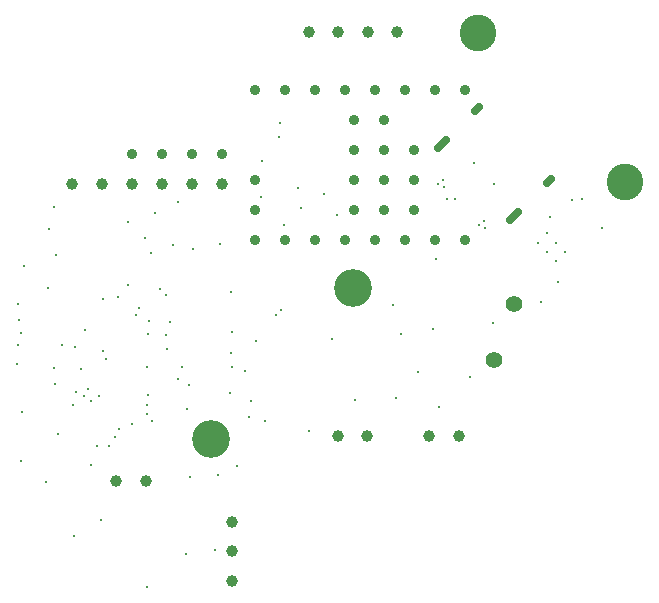
<source format=gbr>
%TF.GenerationSoftware,Altium Limited,Altium Designer,23.11.1 (41)*%
G04 Layer_Color=0*
%FSLAX26Y26*%
%MOIN*%
%TF.SameCoordinates,F82F4D49-2E87-4C35-BC9D-0006C00306D8*%
%TF.FilePolarity,Positive*%
%TF.FileFunction,Plated,1,4,PTH,Drill*%
%TF.Part,CustomerPanel*%
G01*
G75*
%TA.AperFunction,ComponentDrill*%
%ADD184C,0.036000*%
%ADD185C,0.036000*%
%ADD186C,0.055118*%
%ADD187C,0.055000*%
%ADD188C,0.039370*%
%ADD189C,0.035000*%
%ADD190C,0.039370*%
G04:AMPARAMS|DCode=191|XSize=47.244mil|YSize=27.559mil|CornerRadius=0mil|HoleSize=0mil|Usage=FLASHONLY|Rotation=585.000|XOffset=0mil|YOffset=0mil|HoleType=Round|Shape=Round|*
%AMOVALD191*
21,1,0.019685,0.027559,0.000000,0.000000,585.0*
1,1,0.027559,0.006960,0.006960*
1,1,0.027559,-0.006960,-0.006960*
%
%ADD191OVALD191*%

G04:AMPARAMS|DCode=192|XSize=66.929mil|YSize=27.559mil|CornerRadius=0mil|HoleSize=0mil|Usage=FLASHONLY|Rotation=585.000|XOffset=0mil|YOffset=0mil|HoleType=Round|Shape=Round|*
%AMOVALD192*
21,1,0.039370,0.027559,0.000000,0.000000,585.0*
1,1,0.027559,0.013919,0.013919*
1,1,0.027559,-0.013919,-0.013919*
%
%ADD192OVALD192*%

G04:AMPARAMS|DCode=193|XSize=66.929mil|YSize=27.559mil|CornerRadius=0mil|HoleSize=0mil|Usage=FLASHONLY|Rotation=225.000|XOffset=0mil|YOffset=0mil|HoleType=Round|Shape=Round|*
%AMOVALD193*
21,1,0.039370,0.027559,0.000000,0.000000,225.0*
1,1,0.027559,0.013919,0.013919*
1,1,0.027559,-0.013919,-0.013919*
%
%ADD193OVALD193*%

G04:AMPARAMS|DCode=194|XSize=47.244mil|YSize=27.559mil|CornerRadius=0mil|HoleSize=0mil|Usage=FLASHONLY|Rotation=225.000|XOffset=0mil|YOffset=0mil|HoleType=Round|Shape=Round|*
%AMOVALD194*
21,1,0.019685,0.027559,0.000000,0.000000,225.0*
1,1,0.027559,0.006960,0.006960*
1,1,0.027559,-0.006960,-0.006960*
%
%ADD194OVALD194*%

%ADD195C,0.035000*%
%TA.AperFunction,OtherDrill,Pad Free-4 (2438.948mil,1449.009mil)*%
%ADD196C,0.122047*%
%TA.AperFunction,OtherDrill,Pad Free-4 (1946.822mil,1945.442mil)*%
%ADD197C,0.122047*%
%TA.AperFunction,OtherDrill,Pad Free-4 (1057.717mil,592.395mil)*%
%ADD198C,0.125984*%
%TA.AperFunction,OtherDrill,Pad Free-4 (1529.527mil,1095.204mil)*%
%ADD199C,0.125984*%
%TA.AperFunction,ViaDrill,NotFilled*%
%ADD200C,0.007874*%
D184*
X1205097Y1354458D02*
D03*
X1205097Y1254458D02*
D03*
Y1454458D02*
D03*
D185*
X1605097Y1754458D02*
D03*
X1705097Y1754458D02*
D03*
X1505097Y1754458D02*
D03*
X1405097D02*
D03*
X1905097Y1254458D02*
D03*
Y1754458D02*
D03*
X1305097Y1754458D02*
D03*
X1305097Y1254458D02*
D03*
X1405097Y1254458D02*
D03*
X1505097Y1254458D02*
D03*
X1605097D02*
D03*
X1705097Y1254458D02*
D03*
X1805097Y1254458D02*
D03*
Y1754458D02*
D03*
X1205097Y1754458D02*
D03*
D186*
X2067082Y1042450D02*
D03*
D187*
X2001968Y853346D02*
D03*
D188*
X594882Y1441732D02*
D03*
X694882Y1441732D02*
D03*
X794882Y1441732D02*
D03*
X894882D02*
D03*
X994882D02*
D03*
X1094882D02*
D03*
X1678735Y1949127D02*
D03*
X1580310D02*
D03*
X1481884D02*
D03*
X1383459D02*
D03*
X840551Y451772D02*
D03*
X742126D02*
D03*
X1578740Y599409D02*
D03*
X1480315D02*
D03*
X1883858D02*
D03*
X1785433D02*
D03*
D189*
X1634625Y1354458D02*
D03*
Y1454458D02*
D03*
Y1554458D02*
D03*
Y1654458D02*
D03*
X1734625Y1554458D02*
D03*
Y1454458D02*
D03*
Y1354458D02*
D03*
X1534625Y1354458D02*
D03*
X1534625Y1454458D02*
D03*
Y1554458D02*
D03*
X1534625Y1654458D02*
D03*
D190*
X1126968Y118110D02*
D03*
Y216535D02*
D03*
Y314961D02*
D03*
D191*
X1944668Y1691690D02*
D03*
D192*
X1828301Y1575323D02*
D03*
D193*
X2068829Y1334796D02*
D03*
D194*
X2185195Y1451162D02*
D03*
D195*
X1094882Y1541732D02*
D03*
X994882D02*
D03*
X894882Y1541732D02*
D03*
X794882Y1541732D02*
D03*
D196*
X2438948Y1449009D02*
D03*
D197*
X1946822Y1945442D02*
D03*
D198*
X1057717Y592395D02*
D03*
D199*
X1529527Y1095204D02*
D03*
D200*
X2177594Y1275934D02*
D03*
X2146971Y1245311D02*
D03*
X2208217D02*
D03*
X2177594Y1214689D02*
D03*
X2238840D02*
D03*
X2208217Y1184066D02*
D03*
X1143707Y501199D02*
D03*
X807622Y1003837D02*
D03*
X816726Y1028955D02*
D03*
X637019Y953010D02*
D03*
X708482Y857921D02*
D03*
X747909Y1065577D02*
D03*
X780905Y1103431D02*
D03*
X696047Y1059000D02*
D03*
X697735Y883067D02*
D03*
X601905Y267000D02*
D03*
X691929Y322000D02*
D03*
X844905Y831858D02*
D03*
X919668Y981717D02*
D03*
X683775Y735045D02*
D03*
X596124Y705300D02*
D03*
X676764Y569000D02*
D03*
X656905Y504000D02*
D03*
X718905Y568000D02*
D03*
X534130Y827225D02*
D03*
X412664Y904067D02*
D03*
X410433Y841736D02*
D03*
X752073Y623311D02*
D03*
X843442Y703529D02*
D03*
X795422Y641652D02*
D03*
X848905Y736340D02*
D03*
X625405Y825358D02*
D03*
X606905Y747642D02*
D03*
X536345Y773843D02*
D03*
X561905Y904000D02*
D03*
X996905Y1224000D02*
D03*
X977905Y691000D02*
D03*
X947905Y792000D02*
D03*
X961905Y830000D02*
D03*
X645905Y759000D02*
D03*
X633905Y735000D02*
D03*
X414906Y1042000D02*
D03*
X946850Y1381591D02*
D03*
X417906Y987000D02*
D03*
X849905Y984760D02*
D03*
X907905Y938000D02*
D03*
X909051Y1071482D02*
D03*
X889014Y1089891D02*
D03*
X929905Y1238000D02*
D03*
X844905Y96000D02*
D03*
X780905Y1314000D02*
D03*
X838905Y1261000D02*
D03*
X858974Y1211244D02*
D03*
X518620Y1290567D02*
D03*
X539905Y1205000D02*
D03*
X532905Y1363000D02*
D03*
X505906Y448000D02*
D03*
X422906Y519000D02*
D03*
X848862Y941044D02*
D03*
X871905Y1343000D02*
D03*
X987905Y463000D02*
D03*
X861378Y650000D02*
D03*
X1081776Y470591D02*
D03*
X1207059Y918552D02*
D03*
X1172171Y819000D02*
D03*
X1126455Y830000D02*
D03*
X1127748Y946709D02*
D03*
X1184308Y664000D02*
D03*
X658905Y716000D02*
D03*
X603994Y895912D02*
D03*
X912278Y891770D02*
D03*
X982905Y771000D02*
D03*
X1071338Y220000D02*
D03*
X422906Y943000D02*
D03*
X972905Y207000D02*
D03*
X427906Y681000D02*
D03*
X547905Y609000D02*
D03*
X513905Y1093000D02*
D03*
X1805906Y1192000D02*
D03*
X1124890Y875984D02*
D03*
X1191441Y716535D02*
D03*
X1119906Y743000D02*
D03*
X1124906Y1082000D02*
D03*
X1796906Y957142D02*
D03*
X2214553Y1115279D02*
D03*
X1086906Y1241000D02*
D03*
X737905Y599000D02*
D03*
X844905Y675000D02*
D03*
X1223047Y1398000D02*
D03*
X1238906Y650000D02*
D03*
X1284906Y1597000D02*
D03*
X1300906Y1305000D02*
D03*
X1358541Y1361942D02*
D03*
X1435152Y1409000D02*
D03*
X1346864Y1428959D02*
D03*
X1227906Y1516000D02*
D03*
X1288205Y1643701D02*
D03*
X434126Y1167791D02*
D03*
X1662906Y1037000D02*
D03*
X1673906Y729000D02*
D03*
X1950787Y1303150D02*
D03*
X1970535Y1295276D02*
D03*
X1871299Y1390606D02*
D03*
X1272927Y1002540D02*
D03*
X1291819Y1021432D02*
D03*
X1844583Y1390606D02*
D03*
X2185905Y1330000D02*
D03*
X2259905Y1386000D02*
D03*
X1933906Y1511000D02*
D03*
X2000906Y1440000D02*
D03*
X1834125Y1431686D02*
D03*
X1478417Y1337583D02*
D03*
X1919906Y796000D02*
D03*
X1384906Y619000D02*
D03*
X1815906Y698819D02*
D03*
X1748284Y812992D02*
D03*
X1536906Y722000D02*
D03*
X1689906Y940000D02*
D03*
X1461906Y925197D02*
D03*
X1998906Y979000D02*
D03*
X1830125Y1455308D02*
D03*
X1814377Y1439560D02*
D03*
X1966535Y1318898D02*
D03*
X2157905Y1048000D02*
D03*
X2359905Y1293000D02*
D03*
X2292905Y1390000D02*
D03*
%TF.MD5,b252ad3e782f4751d207a2b15a7fa0d7*%
M02*

</source>
